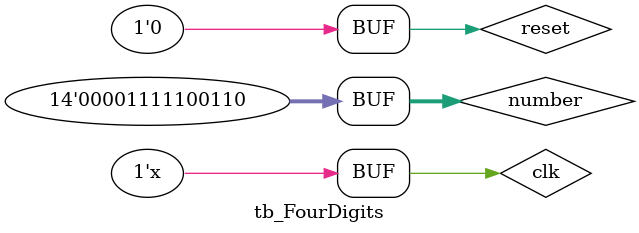
<source format=sv>
`timescale 1ns / 1ps
module tb_FourDigits();
    logic clk;
    logic reset;
    logic [13:0] number;
    logic [3:0] ones;
    logic [3:0] tens;
    logic [3:0] hundreds;
    logic [3:0] thousands;
    
FourDigits dut(clk,reset,number,ones,tens,hundreds,thousands);

initial begin
    clk = 0;
    reset = 1;
    #5 reset = 0;
    for(int i=8; i<999; i++)begin
        number = i;
        #100;
    end
    
end
    always #5 clk = ~clk;
endmodule

</source>
